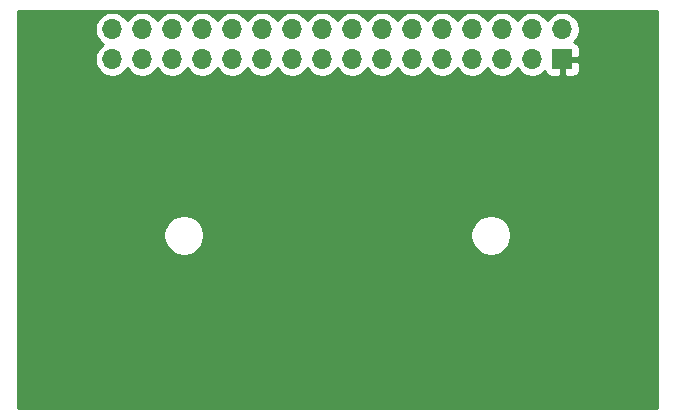
<source format=gbl>
%TF.GenerationSoftware,KiCad,Pcbnew,(5.1.10-1-10_14)*%
%TF.CreationDate,2023-03-19T04:05:07+08:00*%
%TF.ProjectId,GB_MemoryBackup_Subboard_A,47425f4d-656d-46f7-9279-4261636b7570,1.0*%
%TF.SameCoordinates,Original*%
%TF.FileFunction,Copper,L2,Bot*%
%TF.FilePolarity,Positive*%
%FSLAX46Y46*%
G04 Gerber Fmt 4.6, Leading zero omitted, Abs format (unit mm)*
G04 Created by KiCad (PCBNEW (5.1.10-1-10_14)) date 2023-03-19 04:05:07*
%MOMM*%
%LPD*%
G01*
G04 APERTURE LIST*
%TA.AperFunction,ComponentPad*%
%ADD10O,1.700000X1.700000*%
%TD*%
%TA.AperFunction,ComponentPad*%
%ADD11R,1.700000X1.700000*%
%TD*%
%TA.AperFunction,Conductor*%
%ADD12C,0.254000*%
%TD*%
%TA.AperFunction,Conductor*%
%ADD13C,0.100000*%
%TD*%
G04 APERTURE END LIST*
D10*
%TO.P,J1,32*%
%TO.N,GND*%
X150430000Y-83890000D03*
%TO.P,J1,31*%
%TO.N,/AAudioIn*%
X150430000Y-86430000D03*
%TO.P,J1,30*%
%TO.N,/~ARST*%
X152970000Y-83890000D03*
%TO.P,J1,29*%
%TO.N,/AD7*%
X152970000Y-86430000D03*
%TO.P,J1,28*%
%TO.N,/AD6*%
X155510000Y-83890000D03*
%TO.P,J1,27*%
%TO.N,/AD5*%
X155510000Y-86430000D03*
%TO.P,J1,26*%
%TO.N,/AD4*%
X158050000Y-83890000D03*
%TO.P,J1,25*%
%TO.N,/AD3*%
X158050000Y-86430000D03*
%TO.P,J1,24*%
%TO.N,/AD2*%
X160590000Y-83890000D03*
%TO.P,J1,23*%
%TO.N,/AD1*%
X160590000Y-86430000D03*
%TO.P,J1,22*%
%TO.N,/AD0*%
X163130000Y-83890000D03*
%TO.P,J1,21*%
%TO.N,/AA15_T*%
X163130000Y-86430000D03*
%TO.P,J1,20*%
%TO.N,/AA14*%
X165670000Y-83890000D03*
%TO.P,J1,19*%
%TO.N,/AA13*%
X165670000Y-86430000D03*
%TO.P,J1,18*%
%TO.N,/AA12*%
X168210000Y-83890000D03*
%TO.P,J1,17*%
%TO.N,/AA11*%
X168210000Y-86430000D03*
%TO.P,J1,16*%
%TO.N,/AA10*%
X170750000Y-83890000D03*
%TO.P,J1,15*%
%TO.N,/AA9*%
X170750000Y-86430000D03*
%TO.P,J1,14*%
%TO.N,/AA8*%
X173290000Y-83890000D03*
%TO.P,J1,13*%
%TO.N,/AA7*%
X173290000Y-86430000D03*
%TO.P,J1,12*%
%TO.N,/AA6*%
X175830000Y-83890000D03*
%TO.P,J1,11*%
%TO.N,/AA5*%
X175830000Y-86430000D03*
%TO.P,J1,10*%
%TO.N,/AA4*%
X178370000Y-83890000D03*
%TO.P,J1,9*%
%TO.N,/AA3*%
X178370000Y-86430000D03*
%TO.P,J1,8*%
%TO.N,/AA2*%
X180910000Y-83890000D03*
%TO.P,J1,7*%
%TO.N,/AA1*%
X180910000Y-86430000D03*
%TO.P,J1,6*%
%TO.N,/AA0*%
X183450000Y-83890000D03*
%TO.P,J1,5*%
%TO.N,/~ASRAM_CS*%
X183450000Y-86430000D03*
%TO.P,J1,4*%
%TO.N,/~ARD_T*%
X185990000Y-83890000D03*
%TO.P,J1,3*%
%TO.N,/~AWR_T*%
X185990000Y-86430000D03*
%TO.P,J1,2*%
%TO.N,/ACLK*%
X188530000Y-83890000D03*
D11*
%TO.P,J1,1*%
%TO.N,+5V*%
X188530000Y-86430000D03*
%TD*%
D12*
%TO.N,+5V*%
X196545001Y-115995000D02*
X142415000Y-115995000D01*
X142415000Y-101169117D01*
X154745000Y-101169117D01*
X154745000Y-101510883D01*
X154811675Y-101846081D01*
X154942463Y-102161831D01*
X155132337Y-102445998D01*
X155374002Y-102687663D01*
X155658169Y-102877537D01*
X155973919Y-103008325D01*
X156309117Y-103075000D01*
X156650883Y-103075000D01*
X156986081Y-103008325D01*
X157301831Y-102877537D01*
X157585998Y-102687663D01*
X157827663Y-102445998D01*
X158017537Y-102161831D01*
X158148325Y-101846081D01*
X158215000Y-101510883D01*
X158215000Y-101169117D01*
X180745000Y-101169117D01*
X180745000Y-101510883D01*
X180811675Y-101846081D01*
X180942463Y-102161831D01*
X181132337Y-102445998D01*
X181374002Y-102687663D01*
X181658169Y-102877537D01*
X181973919Y-103008325D01*
X182309117Y-103075000D01*
X182650883Y-103075000D01*
X182986081Y-103008325D01*
X183301831Y-102877537D01*
X183585998Y-102687663D01*
X183827663Y-102445998D01*
X184017537Y-102161831D01*
X184148325Y-101846081D01*
X184215000Y-101510883D01*
X184215000Y-101169117D01*
X184148325Y-100833919D01*
X184017537Y-100518169D01*
X183827663Y-100234002D01*
X183585998Y-99992337D01*
X183301831Y-99802463D01*
X182986081Y-99671675D01*
X182650883Y-99605000D01*
X182309117Y-99605000D01*
X181973919Y-99671675D01*
X181658169Y-99802463D01*
X181374002Y-99992337D01*
X181132337Y-100234002D01*
X180942463Y-100518169D01*
X180811675Y-100833919D01*
X180745000Y-101169117D01*
X158215000Y-101169117D01*
X158148325Y-100833919D01*
X158017537Y-100518169D01*
X157827663Y-100234002D01*
X157585998Y-99992337D01*
X157301831Y-99802463D01*
X156986081Y-99671675D01*
X156650883Y-99605000D01*
X156309117Y-99605000D01*
X155973919Y-99671675D01*
X155658169Y-99802463D01*
X155374002Y-99992337D01*
X155132337Y-100234002D01*
X154942463Y-100518169D01*
X154811675Y-100833919D01*
X154745000Y-101169117D01*
X142415000Y-101169117D01*
X142415000Y-83743740D01*
X148945000Y-83743740D01*
X148945000Y-84036260D01*
X149002068Y-84323158D01*
X149114010Y-84593411D01*
X149276525Y-84836632D01*
X149483368Y-85043475D01*
X149657760Y-85160000D01*
X149483368Y-85276525D01*
X149276525Y-85483368D01*
X149114010Y-85726589D01*
X149002068Y-85996842D01*
X148945000Y-86283740D01*
X148945000Y-86576260D01*
X149002068Y-86863158D01*
X149114010Y-87133411D01*
X149276525Y-87376632D01*
X149483368Y-87583475D01*
X149726589Y-87745990D01*
X149996842Y-87857932D01*
X150283740Y-87915000D01*
X150576260Y-87915000D01*
X150863158Y-87857932D01*
X151133411Y-87745990D01*
X151376632Y-87583475D01*
X151583475Y-87376632D01*
X151700000Y-87202240D01*
X151816525Y-87376632D01*
X152023368Y-87583475D01*
X152266589Y-87745990D01*
X152536842Y-87857932D01*
X152823740Y-87915000D01*
X153116260Y-87915000D01*
X153403158Y-87857932D01*
X153673411Y-87745990D01*
X153916632Y-87583475D01*
X154123475Y-87376632D01*
X154240000Y-87202240D01*
X154356525Y-87376632D01*
X154563368Y-87583475D01*
X154806589Y-87745990D01*
X155076842Y-87857932D01*
X155363740Y-87915000D01*
X155656260Y-87915000D01*
X155943158Y-87857932D01*
X156213411Y-87745990D01*
X156456632Y-87583475D01*
X156663475Y-87376632D01*
X156780000Y-87202240D01*
X156896525Y-87376632D01*
X157103368Y-87583475D01*
X157346589Y-87745990D01*
X157616842Y-87857932D01*
X157903740Y-87915000D01*
X158196260Y-87915000D01*
X158483158Y-87857932D01*
X158753411Y-87745990D01*
X158996632Y-87583475D01*
X159203475Y-87376632D01*
X159320000Y-87202240D01*
X159436525Y-87376632D01*
X159643368Y-87583475D01*
X159886589Y-87745990D01*
X160156842Y-87857932D01*
X160443740Y-87915000D01*
X160736260Y-87915000D01*
X161023158Y-87857932D01*
X161293411Y-87745990D01*
X161536632Y-87583475D01*
X161743475Y-87376632D01*
X161860000Y-87202240D01*
X161976525Y-87376632D01*
X162183368Y-87583475D01*
X162426589Y-87745990D01*
X162696842Y-87857932D01*
X162983740Y-87915000D01*
X163276260Y-87915000D01*
X163563158Y-87857932D01*
X163833411Y-87745990D01*
X164076632Y-87583475D01*
X164283475Y-87376632D01*
X164400000Y-87202240D01*
X164516525Y-87376632D01*
X164723368Y-87583475D01*
X164966589Y-87745990D01*
X165236842Y-87857932D01*
X165523740Y-87915000D01*
X165816260Y-87915000D01*
X166103158Y-87857932D01*
X166373411Y-87745990D01*
X166616632Y-87583475D01*
X166823475Y-87376632D01*
X166940000Y-87202240D01*
X167056525Y-87376632D01*
X167263368Y-87583475D01*
X167506589Y-87745990D01*
X167776842Y-87857932D01*
X168063740Y-87915000D01*
X168356260Y-87915000D01*
X168643158Y-87857932D01*
X168913411Y-87745990D01*
X169156632Y-87583475D01*
X169363475Y-87376632D01*
X169480000Y-87202240D01*
X169596525Y-87376632D01*
X169803368Y-87583475D01*
X170046589Y-87745990D01*
X170316842Y-87857932D01*
X170603740Y-87915000D01*
X170896260Y-87915000D01*
X171183158Y-87857932D01*
X171453411Y-87745990D01*
X171696632Y-87583475D01*
X171903475Y-87376632D01*
X172020000Y-87202240D01*
X172136525Y-87376632D01*
X172343368Y-87583475D01*
X172586589Y-87745990D01*
X172856842Y-87857932D01*
X173143740Y-87915000D01*
X173436260Y-87915000D01*
X173723158Y-87857932D01*
X173993411Y-87745990D01*
X174236632Y-87583475D01*
X174443475Y-87376632D01*
X174560000Y-87202240D01*
X174676525Y-87376632D01*
X174883368Y-87583475D01*
X175126589Y-87745990D01*
X175396842Y-87857932D01*
X175683740Y-87915000D01*
X175976260Y-87915000D01*
X176263158Y-87857932D01*
X176533411Y-87745990D01*
X176776632Y-87583475D01*
X176983475Y-87376632D01*
X177100000Y-87202240D01*
X177216525Y-87376632D01*
X177423368Y-87583475D01*
X177666589Y-87745990D01*
X177936842Y-87857932D01*
X178223740Y-87915000D01*
X178516260Y-87915000D01*
X178803158Y-87857932D01*
X179073411Y-87745990D01*
X179316632Y-87583475D01*
X179523475Y-87376632D01*
X179640000Y-87202240D01*
X179756525Y-87376632D01*
X179963368Y-87583475D01*
X180206589Y-87745990D01*
X180476842Y-87857932D01*
X180763740Y-87915000D01*
X181056260Y-87915000D01*
X181343158Y-87857932D01*
X181613411Y-87745990D01*
X181856632Y-87583475D01*
X182063475Y-87376632D01*
X182180000Y-87202240D01*
X182296525Y-87376632D01*
X182503368Y-87583475D01*
X182746589Y-87745990D01*
X183016842Y-87857932D01*
X183303740Y-87915000D01*
X183596260Y-87915000D01*
X183883158Y-87857932D01*
X184153411Y-87745990D01*
X184396632Y-87583475D01*
X184603475Y-87376632D01*
X184720000Y-87202240D01*
X184836525Y-87376632D01*
X185043368Y-87583475D01*
X185286589Y-87745990D01*
X185556842Y-87857932D01*
X185843740Y-87915000D01*
X186136260Y-87915000D01*
X186423158Y-87857932D01*
X186693411Y-87745990D01*
X186936632Y-87583475D01*
X187068487Y-87451620D01*
X187090498Y-87524180D01*
X187149463Y-87634494D01*
X187228815Y-87731185D01*
X187325506Y-87810537D01*
X187435820Y-87869502D01*
X187555518Y-87905812D01*
X187680000Y-87918072D01*
X188244250Y-87915000D01*
X188403000Y-87756250D01*
X188403000Y-86557000D01*
X188657000Y-86557000D01*
X188657000Y-87756250D01*
X188815750Y-87915000D01*
X189380000Y-87918072D01*
X189504482Y-87905812D01*
X189624180Y-87869502D01*
X189734494Y-87810537D01*
X189831185Y-87731185D01*
X189910537Y-87634494D01*
X189969502Y-87524180D01*
X190005812Y-87404482D01*
X190018072Y-87280000D01*
X190015000Y-86715750D01*
X189856250Y-86557000D01*
X188657000Y-86557000D01*
X188403000Y-86557000D01*
X188383000Y-86557000D01*
X188383000Y-86303000D01*
X188403000Y-86303000D01*
X188403000Y-86283000D01*
X188657000Y-86283000D01*
X188657000Y-86303000D01*
X189856250Y-86303000D01*
X190015000Y-86144250D01*
X190018072Y-85580000D01*
X190005812Y-85455518D01*
X189969502Y-85335820D01*
X189910537Y-85225506D01*
X189831185Y-85128815D01*
X189734494Y-85049463D01*
X189624180Y-84990498D01*
X189551620Y-84968487D01*
X189683475Y-84836632D01*
X189845990Y-84593411D01*
X189957932Y-84323158D01*
X190015000Y-84036260D01*
X190015000Y-83743740D01*
X189957932Y-83456842D01*
X189845990Y-83186589D01*
X189683475Y-82943368D01*
X189476632Y-82736525D01*
X189233411Y-82574010D01*
X188963158Y-82462068D01*
X188676260Y-82405000D01*
X188383740Y-82405000D01*
X188096842Y-82462068D01*
X187826589Y-82574010D01*
X187583368Y-82736525D01*
X187376525Y-82943368D01*
X187260000Y-83117760D01*
X187143475Y-82943368D01*
X186936632Y-82736525D01*
X186693411Y-82574010D01*
X186423158Y-82462068D01*
X186136260Y-82405000D01*
X185843740Y-82405000D01*
X185556842Y-82462068D01*
X185286589Y-82574010D01*
X185043368Y-82736525D01*
X184836525Y-82943368D01*
X184720000Y-83117760D01*
X184603475Y-82943368D01*
X184396632Y-82736525D01*
X184153411Y-82574010D01*
X183883158Y-82462068D01*
X183596260Y-82405000D01*
X183303740Y-82405000D01*
X183016842Y-82462068D01*
X182746589Y-82574010D01*
X182503368Y-82736525D01*
X182296525Y-82943368D01*
X182180000Y-83117760D01*
X182063475Y-82943368D01*
X181856632Y-82736525D01*
X181613411Y-82574010D01*
X181343158Y-82462068D01*
X181056260Y-82405000D01*
X180763740Y-82405000D01*
X180476842Y-82462068D01*
X180206589Y-82574010D01*
X179963368Y-82736525D01*
X179756525Y-82943368D01*
X179640000Y-83117760D01*
X179523475Y-82943368D01*
X179316632Y-82736525D01*
X179073411Y-82574010D01*
X178803158Y-82462068D01*
X178516260Y-82405000D01*
X178223740Y-82405000D01*
X177936842Y-82462068D01*
X177666589Y-82574010D01*
X177423368Y-82736525D01*
X177216525Y-82943368D01*
X177100000Y-83117760D01*
X176983475Y-82943368D01*
X176776632Y-82736525D01*
X176533411Y-82574010D01*
X176263158Y-82462068D01*
X175976260Y-82405000D01*
X175683740Y-82405000D01*
X175396842Y-82462068D01*
X175126589Y-82574010D01*
X174883368Y-82736525D01*
X174676525Y-82943368D01*
X174560000Y-83117760D01*
X174443475Y-82943368D01*
X174236632Y-82736525D01*
X173993411Y-82574010D01*
X173723158Y-82462068D01*
X173436260Y-82405000D01*
X173143740Y-82405000D01*
X172856842Y-82462068D01*
X172586589Y-82574010D01*
X172343368Y-82736525D01*
X172136525Y-82943368D01*
X172020000Y-83117760D01*
X171903475Y-82943368D01*
X171696632Y-82736525D01*
X171453411Y-82574010D01*
X171183158Y-82462068D01*
X170896260Y-82405000D01*
X170603740Y-82405000D01*
X170316842Y-82462068D01*
X170046589Y-82574010D01*
X169803368Y-82736525D01*
X169596525Y-82943368D01*
X169480000Y-83117760D01*
X169363475Y-82943368D01*
X169156632Y-82736525D01*
X168913411Y-82574010D01*
X168643158Y-82462068D01*
X168356260Y-82405000D01*
X168063740Y-82405000D01*
X167776842Y-82462068D01*
X167506589Y-82574010D01*
X167263368Y-82736525D01*
X167056525Y-82943368D01*
X166940000Y-83117760D01*
X166823475Y-82943368D01*
X166616632Y-82736525D01*
X166373411Y-82574010D01*
X166103158Y-82462068D01*
X165816260Y-82405000D01*
X165523740Y-82405000D01*
X165236842Y-82462068D01*
X164966589Y-82574010D01*
X164723368Y-82736525D01*
X164516525Y-82943368D01*
X164400000Y-83117760D01*
X164283475Y-82943368D01*
X164076632Y-82736525D01*
X163833411Y-82574010D01*
X163563158Y-82462068D01*
X163276260Y-82405000D01*
X162983740Y-82405000D01*
X162696842Y-82462068D01*
X162426589Y-82574010D01*
X162183368Y-82736525D01*
X161976525Y-82943368D01*
X161860000Y-83117760D01*
X161743475Y-82943368D01*
X161536632Y-82736525D01*
X161293411Y-82574010D01*
X161023158Y-82462068D01*
X160736260Y-82405000D01*
X160443740Y-82405000D01*
X160156842Y-82462068D01*
X159886589Y-82574010D01*
X159643368Y-82736525D01*
X159436525Y-82943368D01*
X159320000Y-83117760D01*
X159203475Y-82943368D01*
X158996632Y-82736525D01*
X158753411Y-82574010D01*
X158483158Y-82462068D01*
X158196260Y-82405000D01*
X157903740Y-82405000D01*
X157616842Y-82462068D01*
X157346589Y-82574010D01*
X157103368Y-82736525D01*
X156896525Y-82943368D01*
X156780000Y-83117760D01*
X156663475Y-82943368D01*
X156456632Y-82736525D01*
X156213411Y-82574010D01*
X155943158Y-82462068D01*
X155656260Y-82405000D01*
X155363740Y-82405000D01*
X155076842Y-82462068D01*
X154806589Y-82574010D01*
X154563368Y-82736525D01*
X154356525Y-82943368D01*
X154240000Y-83117760D01*
X154123475Y-82943368D01*
X153916632Y-82736525D01*
X153673411Y-82574010D01*
X153403158Y-82462068D01*
X153116260Y-82405000D01*
X152823740Y-82405000D01*
X152536842Y-82462068D01*
X152266589Y-82574010D01*
X152023368Y-82736525D01*
X151816525Y-82943368D01*
X151700000Y-83117760D01*
X151583475Y-82943368D01*
X151376632Y-82736525D01*
X151133411Y-82574010D01*
X150863158Y-82462068D01*
X150576260Y-82405000D01*
X150283740Y-82405000D01*
X149996842Y-82462068D01*
X149726589Y-82574010D01*
X149483368Y-82736525D01*
X149276525Y-82943368D01*
X149114010Y-83186589D01*
X149002068Y-83456842D01*
X148945000Y-83743740D01*
X142415000Y-83743740D01*
X142415000Y-82365000D01*
X196545000Y-82365000D01*
X196545001Y-115995000D01*
%TA.AperFunction,Conductor*%
D13*
G36*
X196545001Y-115995000D02*
G01*
X142415000Y-115995000D01*
X142415000Y-101169117D01*
X154745000Y-101169117D01*
X154745000Y-101510883D01*
X154811675Y-101846081D01*
X154942463Y-102161831D01*
X155132337Y-102445998D01*
X155374002Y-102687663D01*
X155658169Y-102877537D01*
X155973919Y-103008325D01*
X156309117Y-103075000D01*
X156650883Y-103075000D01*
X156986081Y-103008325D01*
X157301831Y-102877537D01*
X157585998Y-102687663D01*
X157827663Y-102445998D01*
X158017537Y-102161831D01*
X158148325Y-101846081D01*
X158215000Y-101510883D01*
X158215000Y-101169117D01*
X180745000Y-101169117D01*
X180745000Y-101510883D01*
X180811675Y-101846081D01*
X180942463Y-102161831D01*
X181132337Y-102445998D01*
X181374002Y-102687663D01*
X181658169Y-102877537D01*
X181973919Y-103008325D01*
X182309117Y-103075000D01*
X182650883Y-103075000D01*
X182986081Y-103008325D01*
X183301831Y-102877537D01*
X183585998Y-102687663D01*
X183827663Y-102445998D01*
X184017537Y-102161831D01*
X184148325Y-101846081D01*
X184215000Y-101510883D01*
X184215000Y-101169117D01*
X184148325Y-100833919D01*
X184017537Y-100518169D01*
X183827663Y-100234002D01*
X183585998Y-99992337D01*
X183301831Y-99802463D01*
X182986081Y-99671675D01*
X182650883Y-99605000D01*
X182309117Y-99605000D01*
X181973919Y-99671675D01*
X181658169Y-99802463D01*
X181374002Y-99992337D01*
X181132337Y-100234002D01*
X180942463Y-100518169D01*
X180811675Y-100833919D01*
X180745000Y-101169117D01*
X158215000Y-101169117D01*
X158148325Y-100833919D01*
X158017537Y-100518169D01*
X157827663Y-100234002D01*
X157585998Y-99992337D01*
X157301831Y-99802463D01*
X156986081Y-99671675D01*
X156650883Y-99605000D01*
X156309117Y-99605000D01*
X155973919Y-99671675D01*
X155658169Y-99802463D01*
X155374002Y-99992337D01*
X155132337Y-100234002D01*
X154942463Y-100518169D01*
X154811675Y-100833919D01*
X154745000Y-101169117D01*
X142415000Y-101169117D01*
X142415000Y-83743740D01*
X148945000Y-83743740D01*
X148945000Y-84036260D01*
X149002068Y-84323158D01*
X149114010Y-84593411D01*
X149276525Y-84836632D01*
X149483368Y-85043475D01*
X149657760Y-85160000D01*
X149483368Y-85276525D01*
X149276525Y-85483368D01*
X149114010Y-85726589D01*
X149002068Y-85996842D01*
X148945000Y-86283740D01*
X148945000Y-86576260D01*
X149002068Y-86863158D01*
X149114010Y-87133411D01*
X149276525Y-87376632D01*
X149483368Y-87583475D01*
X149726589Y-87745990D01*
X149996842Y-87857932D01*
X150283740Y-87915000D01*
X150576260Y-87915000D01*
X150863158Y-87857932D01*
X151133411Y-87745990D01*
X151376632Y-87583475D01*
X151583475Y-87376632D01*
X151700000Y-87202240D01*
X151816525Y-87376632D01*
X152023368Y-87583475D01*
X152266589Y-87745990D01*
X152536842Y-87857932D01*
X152823740Y-87915000D01*
X153116260Y-87915000D01*
X153403158Y-87857932D01*
X153673411Y-87745990D01*
X153916632Y-87583475D01*
X154123475Y-87376632D01*
X154240000Y-87202240D01*
X154356525Y-87376632D01*
X154563368Y-87583475D01*
X154806589Y-87745990D01*
X155076842Y-87857932D01*
X155363740Y-87915000D01*
X155656260Y-87915000D01*
X155943158Y-87857932D01*
X156213411Y-87745990D01*
X156456632Y-87583475D01*
X156663475Y-87376632D01*
X156780000Y-87202240D01*
X156896525Y-87376632D01*
X157103368Y-87583475D01*
X157346589Y-87745990D01*
X157616842Y-87857932D01*
X157903740Y-87915000D01*
X158196260Y-87915000D01*
X158483158Y-87857932D01*
X158753411Y-87745990D01*
X158996632Y-87583475D01*
X159203475Y-87376632D01*
X159320000Y-87202240D01*
X159436525Y-87376632D01*
X159643368Y-87583475D01*
X159886589Y-87745990D01*
X160156842Y-87857932D01*
X160443740Y-87915000D01*
X160736260Y-87915000D01*
X161023158Y-87857932D01*
X161293411Y-87745990D01*
X161536632Y-87583475D01*
X161743475Y-87376632D01*
X161860000Y-87202240D01*
X161976525Y-87376632D01*
X162183368Y-87583475D01*
X162426589Y-87745990D01*
X162696842Y-87857932D01*
X162983740Y-87915000D01*
X163276260Y-87915000D01*
X163563158Y-87857932D01*
X163833411Y-87745990D01*
X164076632Y-87583475D01*
X164283475Y-87376632D01*
X164400000Y-87202240D01*
X164516525Y-87376632D01*
X164723368Y-87583475D01*
X164966589Y-87745990D01*
X165236842Y-87857932D01*
X165523740Y-87915000D01*
X165816260Y-87915000D01*
X166103158Y-87857932D01*
X166373411Y-87745990D01*
X166616632Y-87583475D01*
X166823475Y-87376632D01*
X166940000Y-87202240D01*
X167056525Y-87376632D01*
X167263368Y-87583475D01*
X167506589Y-87745990D01*
X167776842Y-87857932D01*
X168063740Y-87915000D01*
X168356260Y-87915000D01*
X168643158Y-87857932D01*
X168913411Y-87745990D01*
X169156632Y-87583475D01*
X169363475Y-87376632D01*
X169480000Y-87202240D01*
X169596525Y-87376632D01*
X169803368Y-87583475D01*
X170046589Y-87745990D01*
X170316842Y-87857932D01*
X170603740Y-87915000D01*
X170896260Y-87915000D01*
X171183158Y-87857932D01*
X171453411Y-87745990D01*
X171696632Y-87583475D01*
X171903475Y-87376632D01*
X172020000Y-87202240D01*
X172136525Y-87376632D01*
X172343368Y-87583475D01*
X172586589Y-87745990D01*
X172856842Y-87857932D01*
X173143740Y-87915000D01*
X173436260Y-87915000D01*
X173723158Y-87857932D01*
X173993411Y-87745990D01*
X174236632Y-87583475D01*
X174443475Y-87376632D01*
X174560000Y-87202240D01*
X174676525Y-87376632D01*
X174883368Y-87583475D01*
X175126589Y-87745990D01*
X175396842Y-87857932D01*
X175683740Y-87915000D01*
X175976260Y-87915000D01*
X176263158Y-87857932D01*
X176533411Y-87745990D01*
X176776632Y-87583475D01*
X176983475Y-87376632D01*
X177100000Y-87202240D01*
X177216525Y-87376632D01*
X177423368Y-87583475D01*
X177666589Y-87745990D01*
X177936842Y-87857932D01*
X178223740Y-87915000D01*
X178516260Y-87915000D01*
X178803158Y-87857932D01*
X179073411Y-87745990D01*
X179316632Y-87583475D01*
X179523475Y-87376632D01*
X179640000Y-87202240D01*
X179756525Y-87376632D01*
X179963368Y-87583475D01*
X180206589Y-87745990D01*
X180476842Y-87857932D01*
X180763740Y-87915000D01*
X181056260Y-87915000D01*
X181343158Y-87857932D01*
X181613411Y-87745990D01*
X181856632Y-87583475D01*
X182063475Y-87376632D01*
X182180000Y-87202240D01*
X182296525Y-87376632D01*
X182503368Y-87583475D01*
X182746589Y-87745990D01*
X183016842Y-87857932D01*
X183303740Y-87915000D01*
X183596260Y-87915000D01*
X183883158Y-87857932D01*
X184153411Y-87745990D01*
X184396632Y-87583475D01*
X184603475Y-87376632D01*
X184720000Y-87202240D01*
X184836525Y-87376632D01*
X185043368Y-87583475D01*
X185286589Y-87745990D01*
X185556842Y-87857932D01*
X185843740Y-87915000D01*
X186136260Y-87915000D01*
X186423158Y-87857932D01*
X186693411Y-87745990D01*
X186936632Y-87583475D01*
X187068487Y-87451620D01*
X187090498Y-87524180D01*
X187149463Y-87634494D01*
X187228815Y-87731185D01*
X187325506Y-87810537D01*
X187435820Y-87869502D01*
X187555518Y-87905812D01*
X187680000Y-87918072D01*
X188244250Y-87915000D01*
X188403000Y-87756250D01*
X188403000Y-86557000D01*
X188657000Y-86557000D01*
X188657000Y-87756250D01*
X188815750Y-87915000D01*
X189380000Y-87918072D01*
X189504482Y-87905812D01*
X189624180Y-87869502D01*
X189734494Y-87810537D01*
X189831185Y-87731185D01*
X189910537Y-87634494D01*
X189969502Y-87524180D01*
X190005812Y-87404482D01*
X190018072Y-87280000D01*
X190015000Y-86715750D01*
X189856250Y-86557000D01*
X188657000Y-86557000D01*
X188403000Y-86557000D01*
X188383000Y-86557000D01*
X188383000Y-86303000D01*
X188403000Y-86303000D01*
X188403000Y-86283000D01*
X188657000Y-86283000D01*
X188657000Y-86303000D01*
X189856250Y-86303000D01*
X190015000Y-86144250D01*
X190018072Y-85580000D01*
X190005812Y-85455518D01*
X189969502Y-85335820D01*
X189910537Y-85225506D01*
X189831185Y-85128815D01*
X189734494Y-85049463D01*
X189624180Y-84990498D01*
X189551620Y-84968487D01*
X189683475Y-84836632D01*
X189845990Y-84593411D01*
X189957932Y-84323158D01*
X190015000Y-84036260D01*
X190015000Y-83743740D01*
X189957932Y-83456842D01*
X189845990Y-83186589D01*
X189683475Y-82943368D01*
X189476632Y-82736525D01*
X189233411Y-82574010D01*
X188963158Y-82462068D01*
X188676260Y-82405000D01*
X188383740Y-82405000D01*
X188096842Y-82462068D01*
X187826589Y-82574010D01*
X187583368Y-82736525D01*
X187376525Y-82943368D01*
X187260000Y-83117760D01*
X187143475Y-82943368D01*
X186936632Y-82736525D01*
X186693411Y-82574010D01*
X186423158Y-82462068D01*
X186136260Y-82405000D01*
X185843740Y-82405000D01*
X185556842Y-82462068D01*
X185286589Y-82574010D01*
X185043368Y-82736525D01*
X184836525Y-82943368D01*
X184720000Y-83117760D01*
X184603475Y-82943368D01*
X184396632Y-82736525D01*
X184153411Y-82574010D01*
X183883158Y-82462068D01*
X183596260Y-82405000D01*
X183303740Y-82405000D01*
X183016842Y-82462068D01*
X182746589Y-82574010D01*
X182503368Y-82736525D01*
X182296525Y-82943368D01*
X182180000Y-83117760D01*
X182063475Y-82943368D01*
X181856632Y-82736525D01*
X181613411Y-82574010D01*
X181343158Y-82462068D01*
X181056260Y-82405000D01*
X180763740Y-82405000D01*
X180476842Y-82462068D01*
X180206589Y-82574010D01*
X179963368Y-82736525D01*
X179756525Y-82943368D01*
X179640000Y-83117760D01*
X179523475Y-82943368D01*
X179316632Y-82736525D01*
X179073411Y-82574010D01*
X178803158Y-82462068D01*
X178516260Y-82405000D01*
X178223740Y-82405000D01*
X177936842Y-82462068D01*
X177666589Y-82574010D01*
X177423368Y-82736525D01*
X177216525Y-82943368D01*
X177100000Y-83117760D01*
X176983475Y-82943368D01*
X176776632Y-82736525D01*
X176533411Y-82574010D01*
X176263158Y-82462068D01*
X175976260Y-82405000D01*
X175683740Y-82405000D01*
X175396842Y-82462068D01*
X175126589Y-82574010D01*
X174883368Y-82736525D01*
X174676525Y-82943368D01*
X174560000Y-83117760D01*
X174443475Y-82943368D01*
X174236632Y-82736525D01*
X173993411Y-82574010D01*
X173723158Y-82462068D01*
X173436260Y-82405000D01*
X173143740Y-82405000D01*
X172856842Y-82462068D01*
X172586589Y-82574010D01*
X172343368Y-82736525D01*
X172136525Y-82943368D01*
X172020000Y-83117760D01*
X171903475Y-82943368D01*
X171696632Y-82736525D01*
X171453411Y-82574010D01*
X171183158Y-82462068D01*
X170896260Y-82405000D01*
X170603740Y-82405000D01*
X170316842Y-82462068D01*
X170046589Y-82574010D01*
X169803368Y-82736525D01*
X169596525Y-82943368D01*
X169480000Y-83117760D01*
X169363475Y-82943368D01*
X169156632Y-82736525D01*
X168913411Y-82574010D01*
X168643158Y-82462068D01*
X168356260Y-82405000D01*
X168063740Y-82405000D01*
X167776842Y-82462068D01*
X167506589Y-82574010D01*
X167263368Y-82736525D01*
X167056525Y-82943368D01*
X166940000Y-83117760D01*
X166823475Y-82943368D01*
X166616632Y-82736525D01*
X166373411Y-82574010D01*
X166103158Y-82462068D01*
X165816260Y-82405000D01*
X165523740Y-82405000D01*
X165236842Y-82462068D01*
X164966589Y-82574010D01*
X164723368Y-82736525D01*
X164516525Y-82943368D01*
X164400000Y-83117760D01*
X164283475Y-82943368D01*
X164076632Y-82736525D01*
X163833411Y-82574010D01*
X163563158Y-82462068D01*
X163276260Y-82405000D01*
X162983740Y-82405000D01*
X162696842Y-82462068D01*
X162426589Y-82574010D01*
X162183368Y-82736525D01*
X161976525Y-82943368D01*
X161860000Y-83117760D01*
X161743475Y-82943368D01*
X161536632Y-82736525D01*
X161293411Y-82574010D01*
X161023158Y-82462068D01*
X160736260Y-82405000D01*
X160443740Y-82405000D01*
X160156842Y-82462068D01*
X159886589Y-82574010D01*
X159643368Y-82736525D01*
X159436525Y-82943368D01*
X159320000Y-83117760D01*
X159203475Y-82943368D01*
X158996632Y-82736525D01*
X158753411Y-82574010D01*
X158483158Y-82462068D01*
X158196260Y-82405000D01*
X157903740Y-82405000D01*
X157616842Y-82462068D01*
X157346589Y-82574010D01*
X157103368Y-82736525D01*
X156896525Y-82943368D01*
X156780000Y-83117760D01*
X156663475Y-82943368D01*
X156456632Y-82736525D01*
X156213411Y-82574010D01*
X155943158Y-82462068D01*
X155656260Y-82405000D01*
X155363740Y-82405000D01*
X155076842Y-82462068D01*
X154806589Y-82574010D01*
X154563368Y-82736525D01*
X154356525Y-82943368D01*
X154240000Y-83117760D01*
X154123475Y-82943368D01*
X153916632Y-82736525D01*
X153673411Y-82574010D01*
X153403158Y-82462068D01*
X153116260Y-82405000D01*
X152823740Y-82405000D01*
X152536842Y-82462068D01*
X152266589Y-82574010D01*
X152023368Y-82736525D01*
X151816525Y-82943368D01*
X151700000Y-83117760D01*
X151583475Y-82943368D01*
X151376632Y-82736525D01*
X151133411Y-82574010D01*
X150863158Y-82462068D01*
X150576260Y-82405000D01*
X150283740Y-82405000D01*
X149996842Y-82462068D01*
X149726589Y-82574010D01*
X149483368Y-82736525D01*
X149276525Y-82943368D01*
X149114010Y-83186589D01*
X149002068Y-83456842D01*
X148945000Y-83743740D01*
X142415000Y-83743740D01*
X142415000Y-82365000D01*
X196545000Y-82365000D01*
X196545001Y-115995000D01*
G37*
%TD.AperFunction*%
%TD*%
M02*

</source>
